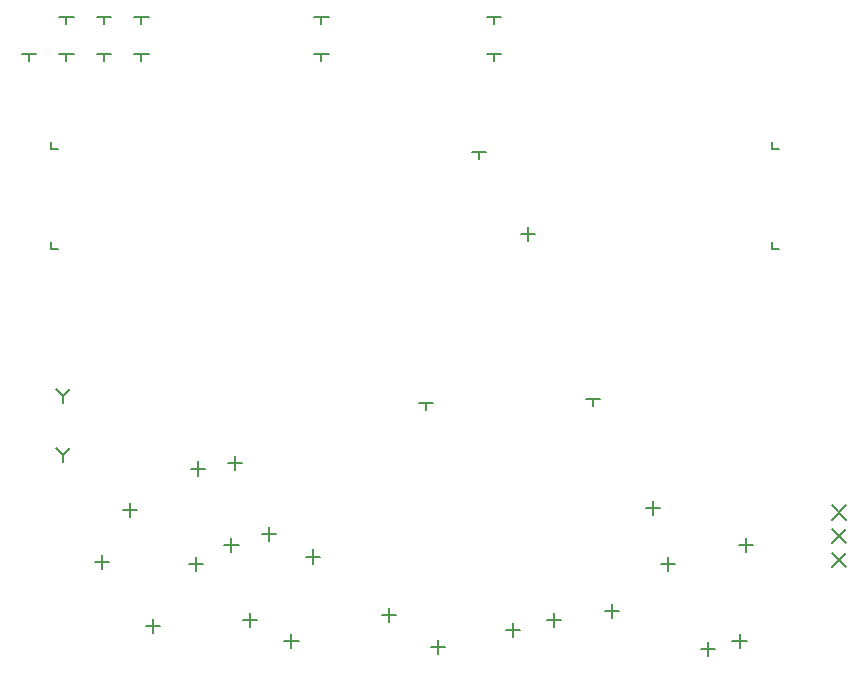
<source format=gbr>
G04 DipTrace 3.2.0.1*
G04 Plated_Through.gbr*
%MOIN*%
G04 #@! TF.FileFunction,Plated,1,2,PTH,Drill*
G04 #@! TF.Part,Single*
G04 Drill Symbols*
G04 D=0.015748 - Cross*
G04 D=0.027559 - X*
G04 D=0.035433 - Y*
G04 D=0.03937 - T*
G04 D=0.043307 - V*
G04 D=0.07874 - Clock*
G04 D=0.11811 - Box_Cross*
%ADD10C,0.007874*%
%FSLAX26Y26*%
G04*
G70*
G90*
G75*
G01*
X782579Y1179823D2*
D10*
X806201Y1156201D1*
X829823Y1179823D1*
X806201Y1156201D2*
Y1132579D1*
X782579Y1376673D2*
X806201Y1353051D1*
X829823Y1376673D1*
X806201Y1353051D2*
Y1329429D1*
X3371014Y989567D2*
X3418259Y942323D1*
Y989567D2*
X3371014Y942323D1*
Y910827D2*
X3418259Y863583D1*
Y910827D2*
X3371014Y863583D1*
Y832087D2*
X3418259Y784843D1*
Y832087D2*
X3371014Y784843D1*
X767717Y2200787D2*
Y2177165D1*
X791339D1*
X767717Y1866142D2*
Y1842520D1*
X791339D1*
X3169291Y1866142D2*
Y1842520D1*
X3192913D1*
X3169291Y2200787D2*
Y2177165D1*
X3192913D1*
X1031201Y998573D2*
Y951329D1*
X1007579Y974951D2*
X1054823D1*
X3082677Y881890D2*
Y834646D1*
X3059055Y858268D2*
X3106299D1*
X1641732Y842520D2*
Y795276D1*
X1618110Y818898D2*
X1665354D1*
X2056201Y542323D2*
Y495079D1*
X2032579Y518701D2*
X2079823D1*
X2956693Y535433D2*
Y488189D1*
X2933071Y511811D2*
X2980315D1*
X1106126Y611052D2*
Y563808D1*
X1082504Y587430D2*
X1129748D1*
X1568701Y561073D2*
Y513829D1*
X1545079Y537451D2*
X1592323D1*
X3062450Y561073D2*
Y513829D1*
X3038828Y537451D2*
X3086072D1*
X1893543Y648549D2*
Y601304D1*
X1869921Y624927D2*
X1917165D1*
X1493701Y917323D2*
Y870079D1*
X1470079Y893701D2*
X1517323D1*
X2774950Y1004823D2*
Y957579D1*
X2751328Y981201D2*
X2798572D1*
X2356201Y1917323D2*
Y1870079D1*
X2332579Y1893701D2*
X2379823D1*
X1249861Y817281D2*
Y770037D1*
X1226239Y793659D2*
X1273483D1*
X1256110Y1135997D2*
Y1088753D1*
X1232488Y1112375D2*
X1279732D1*
X937450Y823573D2*
Y776329D1*
X913828Y799951D2*
X961072D1*
X1994908Y1331102D2*
X2042152D1*
X2018530D2*
Y1307480D1*
X2551100Y1343601D2*
X2598344D1*
X2574722D2*
Y1319979D1*
X2170079Y2168701D2*
X2217323D1*
X2193701D2*
Y2145079D1*
X1381201Y1154823D2*
Y1107579D1*
X1357579Y1131201D2*
X1404823D1*
X1431201Y629823D2*
Y582579D1*
X1407579Y606201D2*
X1454823D1*
X2306201Y598573D2*
Y551329D1*
X2282579Y574951D2*
X2329823D1*
X2443701Y629823D2*
Y582579D1*
X2420079Y606201D2*
X2467323D1*
X2637450Y661073D2*
Y613829D1*
X2613828Y637451D2*
X2661072D1*
X2824950Y817323D2*
Y770079D1*
X2801328Y793701D2*
X2848572D1*
X1368701Y879823D2*
Y832579D1*
X1345079Y856201D2*
X1392323D1*
X1045079Y2618701D2*
X1092323D1*
X1068701D2*
Y2595079D1*
X795079Y2618701D2*
X842323D1*
X818701D2*
Y2595079D1*
X920079Y2618701D2*
X967323D1*
X943701D2*
Y2595079D1*
X1045079Y2493701D2*
X1092323D1*
X1068701D2*
Y2470079D1*
X795079Y2493701D2*
X842323D1*
X818701D2*
Y2470079D1*
X920079Y2493701D2*
X967323D1*
X943701D2*
Y2470079D1*
X670079Y2493701D2*
X717323D1*
X693701D2*
Y2470079D1*
X2220079Y2618701D2*
X2267323D1*
X2243701D2*
Y2595079D1*
X1645079Y2618701D2*
X1692323D1*
X1668701D2*
Y2595079D1*
X2220079Y2493701D2*
X2267323D1*
X2243701D2*
Y2470079D1*
X1645079Y2493701D2*
X1692323D1*
X1668701D2*
Y2470079D1*
M02*

</source>
